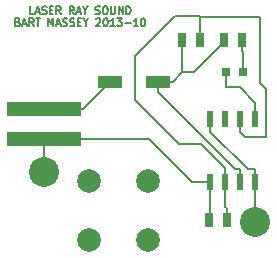
<source format=gtl>
G04 (created by PCBNEW (2013-09-18 BZR 4323)-product) date Mon 07 Oct 2013 07:07:53 PM PDT*
%MOIN*%
G04 Gerber Fmt 3.4, Leading zero omitted, Abs format*
%FSLAX34Y34*%
G01*
G70*
G90*
G04 APERTURE LIST*
%ADD10C,0.005906*%
%ADD11C,0.005000*%
%ADD12C,0.078700*%
%ADD13R,0.023600X0.055100*%
%ADD14R,0.025000X0.045000*%
%ADD15R,0.078700X0.039400*%
%ADD16R,0.031500X0.031500*%
%ADD17R,0.250000X0.050000*%
%ADD18C,0.100000*%
%ADD19C,0.008000*%
G04 APERTURE END LIST*
G54D10*
G54D11*
X896Y10036D02*
X777Y10036D01*
X777Y10286D01*
X967Y10108D02*
X1086Y10108D01*
X944Y10036D02*
X1027Y10286D01*
X1110Y10036D01*
X1182Y10048D02*
X1217Y10036D01*
X1277Y10036D01*
X1301Y10048D01*
X1313Y10060D01*
X1325Y10084D01*
X1325Y10108D01*
X1313Y10132D01*
X1301Y10144D01*
X1277Y10155D01*
X1229Y10167D01*
X1205Y10179D01*
X1194Y10191D01*
X1182Y10215D01*
X1182Y10239D01*
X1194Y10263D01*
X1205Y10275D01*
X1229Y10286D01*
X1289Y10286D01*
X1325Y10275D01*
X1432Y10167D02*
X1515Y10167D01*
X1551Y10036D02*
X1432Y10036D01*
X1432Y10286D01*
X1551Y10286D01*
X1801Y10036D02*
X1717Y10155D01*
X1658Y10036D02*
X1658Y10286D01*
X1753Y10286D01*
X1777Y10275D01*
X1789Y10263D01*
X1801Y10239D01*
X1801Y10203D01*
X1789Y10179D01*
X1777Y10167D01*
X1753Y10155D01*
X1658Y10155D01*
X2241Y10036D02*
X2158Y10155D01*
X2098Y10036D02*
X2098Y10286D01*
X2194Y10286D01*
X2217Y10275D01*
X2229Y10263D01*
X2241Y10239D01*
X2241Y10203D01*
X2229Y10179D01*
X2217Y10167D01*
X2194Y10155D01*
X2098Y10155D01*
X2336Y10108D02*
X2455Y10108D01*
X2313Y10036D02*
X2396Y10286D01*
X2479Y10036D01*
X2610Y10155D02*
X2610Y10036D01*
X2527Y10286D02*
X2610Y10155D01*
X2694Y10286D01*
X2955Y10048D02*
X2991Y10036D01*
X3051Y10036D01*
X3075Y10048D01*
X3086Y10060D01*
X3098Y10084D01*
X3098Y10108D01*
X3086Y10132D01*
X3075Y10144D01*
X3051Y10155D01*
X3003Y10167D01*
X2979Y10179D01*
X2967Y10191D01*
X2955Y10215D01*
X2955Y10239D01*
X2967Y10263D01*
X2979Y10275D01*
X3003Y10286D01*
X3063Y10286D01*
X3098Y10275D01*
X3253Y10286D02*
X3301Y10286D01*
X3325Y10275D01*
X3348Y10251D01*
X3360Y10203D01*
X3360Y10120D01*
X3348Y10072D01*
X3325Y10048D01*
X3301Y10036D01*
X3253Y10036D01*
X3229Y10048D01*
X3205Y10072D01*
X3194Y10120D01*
X3194Y10203D01*
X3205Y10251D01*
X3229Y10275D01*
X3253Y10286D01*
X3467Y10286D02*
X3467Y10084D01*
X3479Y10060D01*
X3491Y10048D01*
X3515Y10036D01*
X3563Y10036D01*
X3586Y10048D01*
X3598Y10060D01*
X3610Y10084D01*
X3610Y10286D01*
X3729Y10036D02*
X3729Y10286D01*
X3872Y10036D01*
X3872Y10286D01*
X3991Y10036D02*
X3991Y10286D01*
X4051Y10286D01*
X4086Y10275D01*
X4110Y10251D01*
X4122Y10227D01*
X4134Y10179D01*
X4134Y10144D01*
X4122Y10096D01*
X4110Y10072D01*
X4086Y10048D01*
X4051Y10036D01*
X3991Y10036D01*
X372Y9767D02*
X408Y9755D01*
X420Y9744D01*
X432Y9720D01*
X432Y9684D01*
X420Y9660D01*
X408Y9648D01*
X384Y9636D01*
X289Y9636D01*
X289Y9886D01*
X372Y9886D01*
X396Y9875D01*
X408Y9863D01*
X420Y9839D01*
X420Y9815D01*
X408Y9791D01*
X396Y9779D01*
X372Y9767D01*
X289Y9767D01*
X527Y9708D02*
X646Y9708D01*
X503Y9636D02*
X586Y9886D01*
X670Y9636D01*
X896Y9636D02*
X813Y9755D01*
X753Y9636D02*
X753Y9886D01*
X848Y9886D01*
X872Y9875D01*
X884Y9863D01*
X896Y9839D01*
X896Y9803D01*
X884Y9779D01*
X872Y9767D01*
X848Y9755D01*
X753Y9755D01*
X967Y9886D02*
X1110Y9886D01*
X1039Y9636D02*
X1039Y9886D01*
X1384Y9636D02*
X1384Y9886D01*
X1467Y9708D01*
X1551Y9886D01*
X1551Y9636D01*
X1658Y9708D02*
X1777Y9708D01*
X1634Y9636D02*
X1717Y9886D01*
X1801Y9636D01*
X1872Y9648D02*
X1908Y9636D01*
X1967Y9636D01*
X1991Y9648D01*
X2003Y9660D01*
X2015Y9684D01*
X2015Y9708D01*
X2003Y9732D01*
X1991Y9744D01*
X1967Y9755D01*
X1920Y9767D01*
X1896Y9779D01*
X1884Y9791D01*
X1872Y9815D01*
X1872Y9839D01*
X1884Y9863D01*
X1896Y9875D01*
X1920Y9886D01*
X1979Y9886D01*
X2015Y9875D01*
X2110Y9648D02*
X2146Y9636D01*
X2205Y9636D01*
X2229Y9648D01*
X2241Y9660D01*
X2253Y9684D01*
X2253Y9708D01*
X2241Y9732D01*
X2229Y9744D01*
X2205Y9755D01*
X2158Y9767D01*
X2134Y9779D01*
X2122Y9791D01*
X2110Y9815D01*
X2110Y9839D01*
X2122Y9863D01*
X2134Y9875D01*
X2158Y9886D01*
X2217Y9886D01*
X2253Y9875D01*
X2360Y9767D02*
X2444Y9767D01*
X2479Y9636D02*
X2360Y9636D01*
X2360Y9886D01*
X2479Y9886D01*
X2634Y9755D02*
X2634Y9636D01*
X2551Y9886D02*
X2634Y9755D01*
X2717Y9886D01*
X2979Y9863D02*
X2991Y9875D01*
X3015Y9886D01*
X3075Y9886D01*
X3098Y9875D01*
X3110Y9863D01*
X3122Y9839D01*
X3122Y9815D01*
X3110Y9779D01*
X2967Y9636D01*
X3122Y9636D01*
X3277Y9886D02*
X3301Y9886D01*
X3325Y9875D01*
X3336Y9863D01*
X3348Y9839D01*
X3360Y9791D01*
X3360Y9732D01*
X3348Y9684D01*
X3336Y9660D01*
X3325Y9648D01*
X3301Y9636D01*
X3277Y9636D01*
X3253Y9648D01*
X3241Y9660D01*
X3229Y9684D01*
X3217Y9732D01*
X3217Y9791D01*
X3229Y9839D01*
X3241Y9863D01*
X3253Y9875D01*
X3277Y9886D01*
X3598Y9636D02*
X3455Y9636D01*
X3527Y9636D02*
X3527Y9886D01*
X3503Y9851D01*
X3479Y9827D01*
X3455Y9815D01*
X3682Y9886D02*
X3836Y9886D01*
X3753Y9791D01*
X3789Y9791D01*
X3813Y9779D01*
X3825Y9767D01*
X3836Y9744D01*
X3836Y9684D01*
X3825Y9660D01*
X3813Y9648D01*
X3789Y9636D01*
X3717Y9636D01*
X3694Y9648D01*
X3682Y9660D01*
X3944Y9732D02*
X4134Y9732D01*
X4384Y9636D02*
X4241Y9636D01*
X4313Y9636D02*
X4313Y9886D01*
X4289Y9851D01*
X4265Y9827D01*
X4241Y9815D01*
X4539Y9886D02*
X4563Y9886D01*
X4586Y9875D01*
X4598Y9863D01*
X4610Y9839D01*
X4622Y9791D01*
X4622Y9732D01*
X4610Y9684D01*
X4598Y9660D01*
X4586Y9648D01*
X4563Y9636D01*
X4539Y9636D01*
X4515Y9648D01*
X4503Y9660D01*
X4491Y9684D01*
X4479Y9732D01*
X4479Y9791D01*
X4491Y9839D01*
X4503Y9863D01*
X4515Y9875D01*
X4539Y9886D01*
G54D12*
X4724Y4469D03*
X4724Y2501D03*
X2756Y2501D03*
X2756Y4469D03*
G54D13*
X6790Y6535D03*
X6790Y4435D03*
X7290Y6535D03*
X7790Y6535D03*
X8290Y6535D03*
X7290Y4435D03*
X7790Y4435D03*
X8290Y4435D03*
G54D14*
X7340Y3185D03*
X6740Y3185D03*
X7240Y9185D03*
X7840Y9185D03*
X6440Y9185D03*
X5840Y9185D03*
G54D15*
X3453Y7785D03*
X5027Y7785D03*
G54D16*
X7295Y8110D03*
X7885Y8110D03*
G54D17*
X1245Y6875D03*
X1245Y5875D03*
G54D18*
X8290Y3110D03*
X1240Y4785D03*
G54D19*
X8053Y4854D02*
X6790Y6117D01*
X6790Y6535D02*
X6790Y6117D01*
X8290Y4435D02*
X8290Y4854D01*
X8290Y4854D02*
X8053Y4854D01*
X8290Y4435D02*
X8290Y3110D01*
X1245Y5875D02*
X1245Y4790D01*
X1245Y4790D02*
X1240Y4785D01*
X6790Y4435D02*
X6790Y3235D01*
X6790Y3235D02*
X6740Y3185D01*
X6790Y4435D02*
X6180Y4435D01*
X4740Y5875D02*
X1245Y5875D01*
X6180Y4435D02*
X4740Y5875D01*
X7295Y8110D02*
X7295Y7605D01*
X8290Y7060D02*
X7760Y7590D01*
X7760Y7590D02*
X7310Y7590D01*
X8290Y7060D02*
X8290Y6535D01*
X7295Y7605D02*
X7310Y7590D01*
X1245Y6875D02*
X2543Y6875D01*
X2543Y6875D02*
X3453Y7785D01*
X7240Y9185D02*
X7240Y9100D01*
X6240Y8100D02*
X5840Y8100D01*
X7240Y9100D02*
X6240Y8100D01*
X5840Y9185D02*
X5840Y8100D01*
X5840Y8100D02*
X5840Y8090D01*
X5535Y7785D02*
X5027Y7785D01*
X5840Y8090D02*
X5535Y7785D01*
X7618Y4854D02*
X7790Y4854D01*
X7790Y4435D02*
X7790Y4854D01*
X5027Y7445D02*
X7618Y4854D01*
X5027Y7785D02*
X5027Y7445D01*
X7790Y6535D02*
X7790Y6110D01*
X8445Y9945D02*
X6440Y9945D01*
X8450Y9950D02*
X8445Y9945D01*
X8450Y7750D02*
X8450Y9950D01*
X8650Y7550D02*
X8450Y7750D01*
X8650Y5950D02*
X8650Y7550D01*
X7950Y5950D02*
X8650Y5950D01*
X7790Y6110D02*
X7950Y5950D01*
X6440Y9185D02*
X6440Y9945D01*
X6455Y9985D02*
X6455Y9970D01*
X6440Y9970D02*
X6455Y9985D01*
X6415Y9970D02*
X6440Y9970D01*
X6440Y9945D02*
X6415Y9970D01*
X6455Y9970D02*
X5610Y9970D01*
X5610Y9970D02*
X4290Y8650D01*
X6470Y5710D02*
X7290Y4890D01*
X5750Y5710D02*
X6470Y5710D01*
X4290Y7170D02*
X5750Y5710D01*
X4290Y8370D02*
X4290Y7170D01*
X4290Y8650D02*
X4290Y8370D01*
X7290Y4435D02*
X7290Y4890D01*
X7340Y3553D02*
X7290Y3603D01*
X7340Y3185D02*
X7340Y3553D01*
X7290Y3603D02*
X7290Y4435D01*
X7885Y8772D02*
X7840Y8817D01*
X7885Y8110D02*
X7885Y8772D01*
X7840Y9185D02*
X7840Y8817D01*
M02*

</source>
